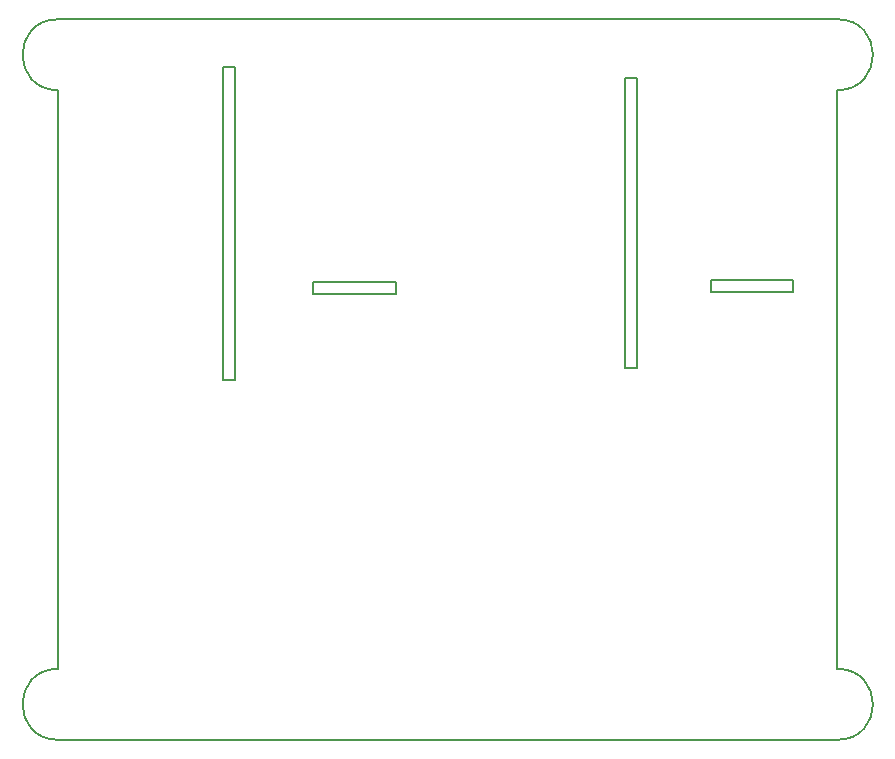
<source format=gm1>
G04 #@! TF.GenerationSoftware,KiCad,Pcbnew,(5.0.1)-3*
G04 #@! TF.CreationDate,2022-08-31T13:01:13+05:45*
G04 #@! TF.ProjectId,Relay-board,52656C61792D626F6172642E6B696361,rev?*
G04 #@! TF.SameCoordinates,Original*
G04 #@! TF.FileFunction,Profile,NP*
%FSLAX46Y46*%
G04 Gerber Fmt 4.6, Leading zero omitted, Abs format (unit mm)*
G04 Created by KiCad (PCBNEW (5.0.1)-3) date 8/31/2022 1:01:13 PM*
%MOMM*%
%LPD*%
G01*
G04 APERTURE LIST*
%ADD10C,0.150000*%
%ADD11C,0.200000*%
G04 APERTURE END LIST*
D10*
X160000000Y-69500000D02*
X161000000Y-69500000D01*
D11*
X126000000Y-70500000D02*
X127000000Y-70500000D01*
D10*
X161000000Y-45000000D02*
X161000000Y-51000000D01*
X160000000Y-45000000D02*
X161000000Y-45000000D01*
X160000000Y-69500000D02*
X160000000Y-45000000D01*
X161000000Y-69500000D02*
X161000000Y-51000000D01*
D11*
X127000000Y-70500000D02*
X127000000Y-51000000D01*
X126000000Y-51000000D02*
X126000000Y-70500000D01*
X167260000Y-63110000D02*
X167260000Y-62110000D01*
X167260000Y-62110000D02*
X174260000Y-62110000D01*
X174260000Y-63110000D02*
X167260000Y-63110000D01*
X174260000Y-62110000D02*
X174260000Y-63110000D01*
X133600000Y-62260000D02*
X140600000Y-62260000D01*
X133600000Y-63260000D02*
X133600000Y-62260000D01*
X140600000Y-62260000D02*
X140600000Y-63260000D01*
X140600000Y-63260000D02*
X133600000Y-63260000D01*
X178000000Y-95000000D02*
G75*
G02X178000000Y-101000000I0J-3000000D01*
G01*
X178000000Y-40000000D02*
G75*
G02X178000000Y-46000000I0J-3000000D01*
G01*
X112000000Y-101000000D02*
G75*
G02X112000000Y-95000000I0J3000000D01*
G01*
X112000000Y-46000000D02*
G75*
G02X112000000Y-40000000I0J3000000D01*
G01*
X126000000Y-51000000D02*
X126000000Y-44000000D01*
X127000000Y-44000000D02*
X127000000Y-51000000D01*
X126000000Y-44000000D02*
X127000000Y-44000000D01*
X112000000Y-95000000D02*
X112000000Y-46000000D01*
X178000000Y-101000000D02*
X112000000Y-101000000D01*
X178000000Y-46000000D02*
X178000000Y-95000000D01*
X112000000Y-40000000D02*
X178000000Y-40000000D01*
M02*

</source>
